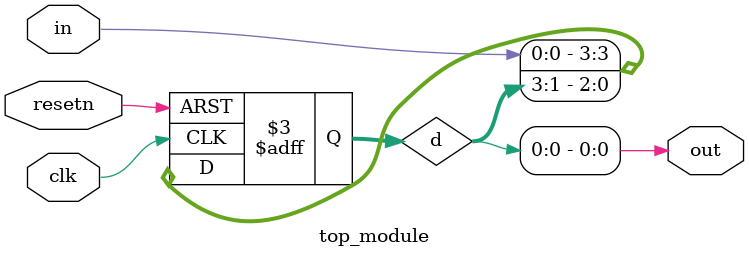
<source format=sv>
module top_module (
	input clk,
	input resetn,
	input in,
	output out
);

reg [3:0] d;
assign out = d[0];

always @(posedge clk or negedge resetn) begin
    if (!resetn) begin
        d <= 4'b0;
    end else begin
        d <= {in, d[3:1]};
    end
end

endmodule

</source>
